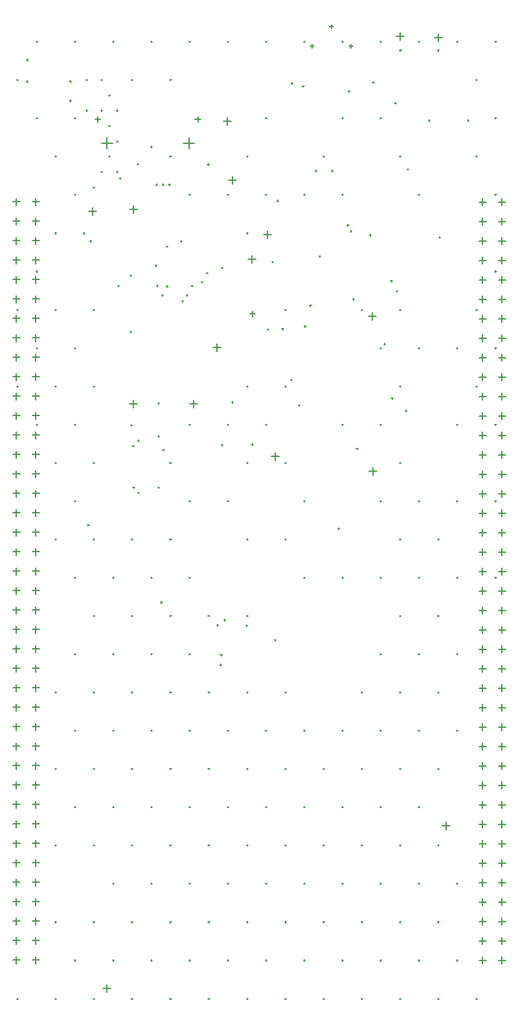
<source format=gbr>
%TF.GenerationSoftware,Altium Limited,Altium Designer,19.1.6 (110)*%
G04 Layer_Color=128*
%FSLAX26Y26*%
%MOIN*%
%TF.FileFunction,Drillmap*%
%TF.Part,Single*%
G01*
G75*
%TA.AperFunction,NonConductor*%
%ADD112C,0.005000*%
D112*
X573000Y203000D02*
X613000D01*
X593000Y183000D02*
Y223000D01*
X2280000Y5095000D02*
X2320000D01*
X2300000Y5075000D02*
Y5115000D01*
X1640000Y5050000D02*
X1660000D01*
X1650000Y5040000D02*
Y5060000D01*
X1840000Y5050000D02*
X1860000D01*
X1850000Y5040000D02*
Y5060000D01*
X1740000Y5150000D02*
X1760000D01*
X1750000Y5140000D02*
Y5160000D01*
X2609685Y348972D02*
X2645906D01*
X2627796Y330862D02*
Y367082D01*
X2609685Y448972D02*
X2645906D01*
X2627796Y430862D02*
Y467082D01*
X2609685Y548972D02*
X2645906D01*
X2627796Y530862D02*
Y567082D01*
X2609685Y648972D02*
X2645906D01*
X2627796Y630862D02*
Y667082D01*
X2609685Y748972D02*
X2645906D01*
X2627796Y730862D02*
Y767082D01*
X2609685Y848972D02*
X2645906D01*
X2627796Y830862D02*
Y867082D01*
X2609685Y948972D02*
X2645906D01*
X2627796Y930862D02*
Y967082D01*
X2609685Y1048972D02*
X2645906D01*
X2627796Y1030862D02*
Y1067082D01*
X2609685Y1148972D02*
X2645906D01*
X2627796Y1130862D02*
Y1167082D01*
X2609685Y1248972D02*
X2645906D01*
X2627796Y1230862D02*
Y1267082D01*
X2609685Y1348972D02*
X2645906D01*
X2627796Y1330862D02*
Y1367082D01*
X2609685Y1448972D02*
X2645906D01*
X2627796Y1430862D02*
Y1467082D01*
X2609685Y1548972D02*
X2645906D01*
X2627796Y1530862D02*
Y1567082D01*
X2609685Y1648972D02*
X2645906D01*
X2627796Y1630862D02*
Y1667082D01*
X2609685Y1748972D02*
X2645906D01*
X2627796Y1730862D02*
Y1767082D01*
X2609685Y1848972D02*
X2645906D01*
X2627796Y1830862D02*
Y1867082D01*
X2609685Y1948972D02*
X2645906D01*
X2627796Y1930862D02*
Y1967082D01*
X2609685Y2048972D02*
X2645906D01*
X2627796Y2030862D02*
Y2067082D01*
X2609685Y2148972D02*
X2645906D01*
X2627796Y2130862D02*
Y2167082D01*
X2609685Y2248972D02*
X2645906D01*
X2627796Y2230862D02*
Y2267082D01*
X2609685Y2348972D02*
X2645906D01*
X2627796Y2330862D02*
Y2367082D01*
X2609685Y2448972D02*
X2645906D01*
X2627796Y2430862D02*
Y2467082D01*
X2609685Y2548972D02*
X2645906D01*
X2627796Y2530862D02*
Y2567082D01*
X2609685Y2648972D02*
X2645906D01*
X2627796Y2630862D02*
Y2667082D01*
X2609685Y2748972D02*
X2645906D01*
X2627796Y2730862D02*
Y2767082D01*
X2609685Y2848972D02*
X2645906D01*
X2627796Y2830862D02*
Y2867082D01*
X2609685Y2948972D02*
X2645906D01*
X2627796Y2930862D02*
Y2967082D01*
X2609685Y3048972D02*
X2645906D01*
X2627796Y3030862D02*
Y3067082D01*
X2609685Y3148972D02*
X2645906D01*
X2627796Y3130862D02*
Y3167082D01*
X2609685Y3248972D02*
X2645906D01*
X2627796Y3230862D02*
Y3267082D01*
X2609685Y3348972D02*
X2645906D01*
X2627796Y3330862D02*
Y3367082D01*
X2609685Y3448972D02*
X2645906D01*
X2627796Y3430862D02*
Y3467082D01*
X2609685Y3548972D02*
X2645906D01*
X2627796Y3530862D02*
Y3567082D01*
X2609685Y3648972D02*
X2645906D01*
X2627796Y3630862D02*
Y3667082D01*
X2609685Y3748972D02*
X2645906D01*
X2627796Y3730862D02*
Y3767082D01*
X2609685Y3848972D02*
X2645906D01*
X2627796Y3830862D02*
Y3867082D01*
X2609685Y3948972D02*
X2645906D01*
X2627796Y3930862D02*
Y3967082D01*
X2609685Y4048972D02*
X2645906D01*
X2627796Y4030862D02*
Y4067082D01*
X2609685Y4148972D02*
X2645906D01*
X2627796Y4130862D02*
Y4167082D01*
X2609685Y4248972D02*
X2645906D01*
X2627796Y4230862D02*
Y4267082D01*
X2509685Y348972D02*
X2545906D01*
X2527796Y330862D02*
Y367082D01*
X2509685Y448972D02*
X2545906D01*
X2527796Y430862D02*
Y467082D01*
X2509685Y548972D02*
X2545906D01*
X2527796Y530862D02*
Y567082D01*
X2509685Y648972D02*
X2545906D01*
X2527796Y630862D02*
Y667082D01*
X2509685Y748972D02*
X2545906D01*
X2527796Y730862D02*
Y767082D01*
X2509685Y848972D02*
X2545906D01*
X2527796Y830862D02*
Y867082D01*
X2509685Y948972D02*
X2545906D01*
X2527796Y930862D02*
Y967082D01*
X2509685Y1048972D02*
X2545906D01*
X2527796Y1030862D02*
Y1067082D01*
X2509685Y1148972D02*
X2545906D01*
X2527796Y1130862D02*
Y1167082D01*
X2509685Y1248972D02*
X2545906D01*
X2527796Y1230862D02*
Y1267082D01*
X2509685Y1348972D02*
X2545906D01*
X2527796Y1330862D02*
Y1367082D01*
X2509685Y1448972D02*
X2545906D01*
X2527796Y1430862D02*
Y1467082D01*
X2509685Y1548972D02*
X2545906D01*
X2527796Y1530862D02*
Y1567082D01*
X2509685Y1648972D02*
X2545906D01*
X2527796Y1630862D02*
Y1667082D01*
X2509685Y1748972D02*
X2545906D01*
X2527796Y1730862D02*
Y1767082D01*
X2509685Y1848972D02*
X2545906D01*
X2527796Y1830862D02*
Y1867082D01*
X2509685Y1948972D02*
X2545906D01*
X2527796Y1930862D02*
Y1967082D01*
X2509685Y2048972D02*
X2545906D01*
X2527796Y2030862D02*
Y2067082D01*
X2509685Y2148972D02*
X2545906D01*
X2527796Y2130862D02*
Y2167082D01*
X2509685Y2248972D02*
X2545906D01*
X2527796Y2230862D02*
Y2267082D01*
X2509685Y2348972D02*
X2545906D01*
X2527796Y2330862D02*
Y2367082D01*
X2509685Y2448972D02*
X2545906D01*
X2527796Y2430862D02*
Y2467082D01*
X2509685Y2548972D02*
X2545906D01*
X2527796Y2530862D02*
Y2567082D01*
X2509685Y2648972D02*
X2545906D01*
X2527796Y2630862D02*
Y2667082D01*
X2509685Y2748972D02*
X2545906D01*
X2527796Y2730862D02*
Y2767082D01*
X2509685Y2848972D02*
X2545906D01*
X2527796Y2830862D02*
Y2867082D01*
X2509685Y2948972D02*
X2545906D01*
X2527796Y2930862D02*
Y2967082D01*
X2509685Y3048972D02*
X2545906D01*
X2527796Y3030862D02*
Y3067082D01*
X2509685Y3148972D02*
X2545906D01*
X2527796Y3130862D02*
Y3167082D01*
X2509685Y3248972D02*
X2545906D01*
X2527796Y3230862D02*
Y3267082D01*
X2509685Y3348972D02*
X2545906D01*
X2527796Y3330862D02*
Y3367082D01*
X2509685Y3448972D02*
X2545906D01*
X2527796Y3430862D02*
Y3467082D01*
X2509685Y3548972D02*
X2545906D01*
X2527796Y3530862D02*
Y3567082D01*
X2509685Y3648972D02*
X2545906D01*
X2527796Y3630862D02*
Y3667082D01*
X2509685Y3748972D02*
X2545906D01*
X2527796Y3730862D02*
Y3767082D01*
X2509685Y3848972D02*
X2545906D01*
X2527796Y3830862D02*
Y3867082D01*
X2509685Y3948972D02*
X2545906D01*
X2527796Y3930862D02*
Y3967082D01*
X2509685Y4048972D02*
X2545906D01*
X2527796Y4030862D02*
Y4067082D01*
X2509685Y4148972D02*
X2545906D01*
X2527796Y4130862D02*
Y4167082D01*
X2509685Y4248972D02*
X2545906D01*
X2527796Y4230862D02*
Y4267082D01*
X209685Y349956D02*
X245906D01*
X227796Y331846D02*
Y368066D01*
X209685Y449956D02*
X245906D01*
X227796Y431846D02*
Y468066D01*
X209685Y549956D02*
X245906D01*
X227796Y531846D02*
Y568066D01*
X209685Y649956D02*
X245906D01*
X227796Y631846D02*
Y668066D01*
X209685Y749956D02*
X245906D01*
X227796Y731846D02*
Y768066D01*
X209685Y849956D02*
X245906D01*
X227796Y831846D02*
Y868066D01*
X209685Y949956D02*
X245906D01*
X227796Y931846D02*
Y968066D01*
X209685Y1049956D02*
X245906D01*
X227796Y1031846D02*
Y1068066D01*
X209685Y1149956D02*
X245906D01*
X227796Y1131846D02*
Y1168066D01*
X209685Y1249956D02*
X245906D01*
X227796Y1231846D02*
Y1268066D01*
X209685Y1349956D02*
X245906D01*
X227796Y1331846D02*
Y1368066D01*
X209685Y1449956D02*
X245906D01*
X227796Y1431846D02*
Y1468066D01*
X209685Y1549956D02*
X245906D01*
X227796Y1531846D02*
Y1568066D01*
X209685Y1649956D02*
X245906D01*
X227796Y1631846D02*
Y1668066D01*
X209685Y1749956D02*
X245906D01*
X227796Y1731846D02*
Y1768066D01*
X209685Y1849956D02*
X245906D01*
X227796Y1831846D02*
Y1868066D01*
X209685Y1949956D02*
X245906D01*
X227796Y1931846D02*
Y1968066D01*
X209685Y2049956D02*
X245906D01*
X227796Y2031846D02*
Y2068066D01*
X209685Y2149956D02*
X245906D01*
X227796Y2131846D02*
Y2168066D01*
X209685Y2249956D02*
X245906D01*
X227796Y2231846D02*
Y2268066D01*
X209685Y2349956D02*
X245906D01*
X227796Y2331846D02*
Y2368066D01*
X209685Y2449956D02*
X245906D01*
X227796Y2431846D02*
Y2468066D01*
X209685Y2549956D02*
X245906D01*
X227796Y2531846D02*
Y2568066D01*
X209685Y2649956D02*
X245906D01*
X227796Y2631846D02*
Y2668066D01*
X209685Y2749956D02*
X245906D01*
X227796Y2731846D02*
Y2768066D01*
X209685Y2849956D02*
X245906D01*
X227796Y2831846D02*
Y2868066D01*
X209685Y2949956D02*
X245906D01*
X227796Y2931846D02*
Y2968066D01*
X209685Y3049956D02*
X245906D01*
X227796Y3031846D02*
Y3068066D01*
X209685Y3149956D02*
X245906D01*
X227796Y3131846D02*
Y3168066D01*
X209685Y3249956D02*
X245906D01*
X227796Y3231846D02*
Y3268066D01*
X209685Y3349956D02*
X245906D01*
X227796Y3331846D02*
Y3368066D01*
X209685Y3449956D02*
X245906D01*
X227796Y3431846D02*
Y3468066D01*
X209685Y3549956D02*
X245906D01*
X227796Y3531846D02*
Y3568066D01*
X209685Y3649956D02*
X245906D01*
X227796Y3631846D02*
Y3668066D01*
X209685Y3749956D02*
X245906D01*
X227796Y3731846D02*
Y3768066D01*
X209685Y3849956D02*
X245906D01*
X227796Y3831846D02*
Y3868066D01*
X209685Y3949956D02*
X245906D01*
X227796Y3931846D02*
Y3968066D01*
X209685Y4049956D02*
X245906D01*
X227796Y4031846D02*
Y4068066D01*
X209685Y4149956D02*
X245906D01*
X227796Y4131846D02*
Y4168066D01*
X209685Y4249956D02*
X245906D01*
X227796Y4231846D02*
Y4268066D01*
X109685Y349956D02*
X145906D01*
X127796Y331846D02*
Y368066D01*
X109685Y449956D02*
X145906D01*
X127796Y431846D02*
Y468066D01*
X109685Y549956D02*
X145906D01*
X127796Y531846D02*
Y568066D01*
X109685Y649956D02*
X145906D01*
X127796Y631846D02*
Y668066D01*
X109685Y749956D02*
X145906D01*
X127796Y731846D02*
Y768066D01*
X109685Y849956D02*
X145906D01*
X127796Y831846D02*
Y868066D01*
X109685Y949956D02*
X145906D01*
X127796Y931846D02*
Y968066D01*
X109685Y1049956D02*
X145906D01*
X127796Y1031846D02*
Y1068066D01*
X109685Y1149956D02*
X145906D01*
X127796Y1131846D02*
Y1168066D01*
X109685Y1249956D02*
X145906D01*
X127796Y1231846D02*
Y1268066D01*
X109685Y1349956D02*
X145906D01*
X127796Y1331846D02*
Y1368066D01*
X109685Y1449956D02*
X145906D01*
X127796Y1431846D02*
Y1468066D01*
X109685Y1549956D02*
X145906D01*
X127796Y1531846D02*
Y1568066D01*
X109685Y1649956D02*
X145906D01*
X127796Y1631846D02*
Y1668066D01*
X109685Y1749956D02*
X145906D01*
X127796Y1731846D02*
Y1768066D01*
X109685Y1849956D02*
X145906D01*
X127796Y1831846D02*
Y1868066D01*
X109685Y1949956D02*
X145906D01*
X127796Y1931846D02*
Y1968066D01*
X109685Y2049956D02*
X145906D01*
X127796Y2031846D02*
Y2068066D01*
X109685Y2149956D02*
X145906D01*
X127796Y2131846D02*
Y2168066D01*
X109685Y2249956D02*
X145906D01*
X127796Y2231846D02*
Y2268066D01*
X109685Y2349956D02*
X145906D01*
X127796Y2331846D02*
Y2368066D01*
X109685Y2449956D02*
X145906D01*
X127796Y2431846D02*
Y2468066D01*
X109685Y2549956D02*
X145906D01*
X127796Y2531846D02*
Y2568066D01*
X109685Y2649956D02*
X145906D01*
X127796Y2631846D02*
Y2668066D01*
X109685Y2749956D02*
X145906D01*
X127796Y2731846D02*
Y2768066D01*
X109685Y2849956D02*
X145906D01*
X127796Y2831846D02*
Y2868066D01*
X109685Y2949956D02*
X145906D01*
X127796Y2931846D02*
Y2968066D01*
X109685Y3049956D02*
X145906D01*
X127796Y3031846D02*
Y3068066D01*
X109685Y3149956D02*
X145906D01*
X127796Y3131846D02*
Y3168066D01*
X109685Y3249956D02*
X145906D01*
X127796Y3231846D02*
Y3268066D01*
X109685Y3349956D02*
X145906D01*
X127796Y3331846D02*
Y3368066D01*
X109685Y3449956D02*
X145906D01*
X127796Y3431846D02*
Y3468066D01*
X109685Y3549956D02*
X145906D01*
X127796Y3531846D02*
Y3568066D01*
X109685Y3649956D02*
X145906D01*
X127796Y3631846D02*
Y3668066D01*
X109685Y3749956D02*
X145906D01*
X127796Y3731846D02*
Y3768066D01*
X109685Y3849956D02*
X145906D01*
X127796Y3831846D02*
Y3868066D01*
X109685Y3949956D02*
X145906D01*
X127796Y3931846D02*
Y3968066D01*
X109685Y4049956D02*
X145906D01*
X127796Y4031846D02*
Y4068066D01*
X109685Y4149956D02*
X145906D01*
X127796Y4131846D02*
Y4168066D01*
X109685Y4249956D02*
X145906D01*
X127796Y4231846D02*
Y4268066D01*
X1048386Y4673740D02*
X1075945D01*
X1062165Y4659961D02*
Y4687520D01*
X534213Y4673740D02*
X561772D01*
X547992Y4659961D02*
Y4687520D01*
X987165Y4551693D02*
X1044252D01*
X1015709Y4523150D02*
Y4580236D01*
X565905Y4551693D02*
X622992D01*
X594449Y4523150D02*
Y4580236D01*
X2320000Y1040000D02*
X2360000D01*
X2340000Y1020000D02*
Y1060000D01*
X1220000Y4360000D02*
X1260000D01*
X1240000Y4340000D02*
Y4380000D01*
X500000Y4200000D02*
X540000D01*
X520000Y4180000D02*
Y4220000D01*
X710000Y4210000D02*
X750000D01*
X730000Y4190000D02*
Y4230000D01*
X1195000Y4665000D02*
X1235000D01*
X1215000Y4645000D02*
Y4685000D01*
X1320000Y3955000D02*
X1360000D01*
X1340000Y3935000D02*
Y3975000D01*
X1940000Y3660000D02*
X1980000D01*
X1960000Y3640000D02*
Y3680000D01*
X1140000Y3500000D02*
X1180000D01*
X1160000Y3480000D02*
Y3520000D01*
X1440000Y2940000D02*
X1480000D01*
X1460000Y2920000D02*
Y2960000D01*
X1945000Y2865000D02*
X1985000D01*
X1965000Y2845000D02*
Y2885000D01*
X710000Y3210000D02*
X750000D01*
X730000Y3190000D02*
Y3230000D01*
X1020000Y3210000D02*
X1060000D01*
X1040000Y3190000D02*
Y3230000D01*
X1400000Y4080000D02*
X1440000D01*
X1420000Y4060000D02*
Y4100000D01*
X2085000Y5100000D02*
X2125000D01*
X2105000Y5080000D02*
Y5120000D01*
X715431Y3100484D02*
X722431D01*
X718931Y3096984D02*
Y3103984D01*
X1004063Y3770000D02*
X1011937D01*
X1008000Y3766063D02*
Y3773937D01*
X876063Y3770000D02*
X883937D01*
X880000Y3766063D02*
Y3773937D01*
X712639Y3580424D02*
X720513D01*
X716576Y3576487D02*
Y3584361D01*
X1469063Y4256000D02*
X1476937D01*
X1473000Y4252063D02*
Y4259937D01*
X856063Y3045000D02*
X863937D01*
X860000Y3041063D02*
Y3048937D01*
X1601063Y4845000D02*
X1608937D01*
X1605000Y4841063D02*
Y4848937D01*
X1311500Y2070000D02*
X1318500D01*
X1315000Y2066500D02*
Y2073500D01*
X728346Y2781000D02*
X736221D01*
X732284Y2777063D02*
Y2784937D01*
X856653Y2780984D02*
X864527D01*
X860590Y2777047D02*
Y2784921D01*
X2591659Y5073839D02*
X2598659D01*
X2595159Y5070339D02*
Y5077339D01*
X2493234Y4876988D02*
X2500234D01*
X2496734Y4873488D02*
Y4880488D01*
X2591659Y4680138D02*
X2598659D01*
X2595159Y4676638D02*
Y4683638D01*
X2493234Y4483288D02*
X2500234D01*
X2496734Y4479788D02*
Y4486788D01*
X2591659Y4286437D02*
X2598659D01*
X2595159Y4282937D02*
Y4289937D01*
X2591659Y3892736D02*
X2598659D01*
X2595159Y3889236D02*
Y3896236D01*
X2493234Y3695886D02*
X2500234D01*
X2496734Y3692386D02*
Y3699386D01*
X2591659Y3499035D02*
X2598659D01*
X2595159Y3495535D02*
Y3502535D01*
X2493234Y3302185D02*
X2500234D01*
X2496734Y3298685D02*
Y3305685D01*
X2591659Y3105335D02*
X2598659D01*
X2595159Y3101835D02*
Y3108835D01*
X2591659Y2711634D02*
X2598659D01*
X2595159Y2708134D02*
Y2715134D01*
X2591659Y2317933D02*
X2598659D01*
X2595159Y2314433D02*
Y2321433D01*
X2493234Y152579D02*
X2500234D01*
X2496734Y149079D02*
Y156079D01*
X2394809Y5073839D02*
X2401809D01*
X2398309Y5070339D02*
Y5077339D01*
X2394809Y3499035D02*
X2401809D01*
X2398309Y3495535D02*
Y3502535D01*
X2394809Y3105335D02*
X2401809D01*
X2398309Y3101835D02*
Y3108835D01*
X2394809Y2711634D02*
X2401809D01*
X2398309Y2708134D02*
Y2715134D01*
X2296384Y2514784D02*
X2303384D01*
X2299884Y2511284D02*
Y2518284D01*
X2394809Y2317933D02*
X2401809D01*
X2398309Y2314433D02*
Y2321433D01*
X2296384Y2121083D02*
X2303384D01*
X2299884Y2117583D02*
Y2124583D01*
X2394809Y1924232D02*
X2401809D01*
X2398309Y1920732D02*
Y1927732D01*
X2296384Y1727382D02*
X2303384D01*
X2299884Y1723882D02*
Y1730882D01*
X2394809Y1530532D02*
X2401809D01*
X2398309Y1527032D02*
Y1534032D01*
X2296384Y1333681D02*
X2303384D01*
X2299884Y1330181D02*
Y1337181D01*
X2296384Y939980D02*
X2303384D01*
X2299884Y936480D02*
Y943480D01*
X2394809Y743130D02*
X2401809D01*
X2398309Y739630D02*
Y746630D01*
X2296384Y546279D02*
X2303384D01*
X2299884Y542779D02*
Y549779D01*
X2394809Y349429D02*
X2401809D01*
X2398309Y345929D02*
Y352929D01*
X2296384Y152579D02*
X2303384D01*
X2299884Y149079D02*
Y156079D01*
X2197958Y5073839D02*
X2204958D01*
X2201458Y5070339D02*
Y5077339D01*
X2099533Y4483288D02*
X2106533D01*
X2103033Y4479788D02*
Y4486788D01*
X2197958Y4286437D02*
X2204958D01*
X2201458Y4282937D02*
Y4289937D01*
X2099533Y3695886D02*
X2106533D01*
X2103033Y3692386D02*
Y3699386D01*
X2197958Y3499035D02*
X2204958D01*
X2201458Y3495535D02*
Y3502535D01*
X2099533Y3302185D02*
X2106533D01*
X2103033Y3298685D02*
Y3305685D01*
X2099533Y2908484D02*
X2106533D01*
X2103033Y2904984D02*
Y2911984D01*
X2197958Y2711634D02*
X2204958D01*
X2201458Y2708134D02*
Y2715134D01*
X2099533Y2514784D02*
X2106533D01*
X2103033Y2511284D02*
Y2518284D01*
X2197958Y2317933D02*
X2204958D01*
X2201458Y2314433D02*
Y2321433D01*
X2099533Y2121083D02*
X2106533D01*
X2103033Y2117583D02*
Y2124583D01*
X2197958Y1924232D02*
X2204958D01*
X2201458Y1920732D02*
Y1927732D01*
X2099533Y1727382D02*
X2106533D01*
X2103033Y1723882D02*
Y1730882D01*
X2197958Y1530532D02*
X2204958D01*
X2201458Y1527032D02*
Y1534032D01*
X2099533Y1333681D02*
X2106533D01*
X2103033Y1330181D02*
Y1337181D01*
X2197958Y1136831D02*
X2204958D01*
X2201458Y1133331D02*
Y1140331D01*
X2099533Y939980D02*
X2106533D01*
X2103033Y936480D02*
Y943480D01*
X2197958Y743130D02*
X2204958D01*
X2201458Y739630D02*
Y746630D01*
X2099533Y546279D02*
X2106533D01*
X2103033Y542779D02*
Y549779D01*
X2197958Y349429D02*
X2204958D01*
X2201458Y345929D02*
Y352929D01*
X2099533Y152579D02*
X2106533D01*
X2103033Y149079D02*
Y156079D01*
X2001108Y5073839D02*
X2008108D01*
X2004608Y5070339D02*
Y5077339D01*
X2001108Y4680138D02*
X2008108D01*
X2004608Y4676638D02*
Y4683638D01*
X1902683Y3695886D02*
X1909683D01*
X1906183Y3692386D02*
Y3699386D01*
X2001108Y3499035D02*
X2008108D01*
X2004608Y3495535D02*
Y3502535D01*
X2001108Y3105335D02*
X2008108D01*
X2004608Y3101835D02*
Y3108835D01*
X2001108Y2711634D02*
X2008108D01*
X2004608Y2708134D02*
Y2715134D01*
X2001108Y2317933D02*
X2008108D01*
X2004608Y2314433D02*
Y2321433D01*
X2001108Y1924232D02*
X2008108D01*
X2004608Y1920732D02*
Y1927732D01*
X1902683Y1727382D02*
X1909683D01*
X1906183Y1723882D02*
Y1730882D01*
X2001108Y1530532D02*
X2008108D01*
X2004608Y1527032D02*
Y1534032D01*
X1902683Y1333681D02*
X1909683D01*
X1906183Y1330181D02*
Y1337181D01*
X2001108Y1136831D02*
X2008108D01*
X2004608Y1133331D02*
Y1140331D01*
X1902683Y939980D02*
X1909683D01*
X1906183Y936480D02*
Y943480D01*
X2001108Y743130D02*
X2008108D01*
X2004608Y739630D02*
Y746630D01*
X1902683Y546279D02*
X1909683D01*
X1906183Y542779D02*
Y549779D01*
X2001108Y349429D02*
X2008108D01*
X2004608Y345929D02*
Y352929D01*
X1902683Y152579D02*
X1909683D01*
X1906183Y149079D02*
Y156079D01*
X1804258Y5073839D02*
X1811258D01*
X1807758Y5070339D02*
Y5077339D01*
X1804258Y4680138D02*
X1811258D01*
X1807758Y4676638D02*
Y4683638D01*
X1705832Y4483288D02*
X1712832D01*
X1709332Y4479788D02*
Y4486788D01*
X1804258Y4286437D02*
X1811258D01*
X1807758Y4282937D02*
Y4289937D01*
X1804258Y1530532D02*
X1811258D01*
X1807758Y1527032D02*
Y1534032D01*
X1705832Y1333681D02*
X1712832D01*
X1709332Y1330181D02*
Y1337181D01*
X1804258Y1136831D02*
X1811258D01*
X1807758Y1133331D02*
Y1140331D01*
X1705832Y939980D02*
X1712832D01*
X1709332Y936480D02*
Y943480D01*
X1804258Y743130D02*
X1811258D01*
X1807758Y739630D02*
Y746630D01*
X1705832Y546279D02*
X1712832D01*
X1709332Y542779D02*
Y549779D01*
X1804258Y349429D02*
X1811258D01*
X1807758Y345929D02*
Y352929D01*
X1705832Y152579D02*
X1712832D01*
X1709332Y149079D02*
Y156079D01*
X1607407Y5073839D02*
X1614407D01*
X1610907Y5070339D02*
Y5077339D01*
X1607407Y4286437D02*
X1614407D01*
X1610907Y4282937D02*
Y4289937D01*
X1508982Y3695886D02*
X1515982D01*
X1512482Y3692386D02*
Y3699386D01*
X1508982Y1727382D02*
X1515982D01*
X1512482Y1723882D02*
Y1730882D01*
X1607407Y1530532D02*
X1614407D01*
X1610907Y1527032D02*
Y1534032D01*
X1508982Y1333681D02*
X1515982D01*
X1512482Y1330181D02*
Y1337181D01*
X1607407Y1136831D02*
X1614407D01*
X1610907Y1133331D02*
Y1140331D01*
X1508982Y939980D02*
X1515982D01*
X1512482Y936480D02*
Y943480D01*
X1607407Y743130D02*
X1614407D01*
X1610907Y739630D02*
Y746630D01*
X1508982Y546279D02*
X1515982D01*
X1512482Y542779D02*
Y549779D01*
X1607407Y349429D02*
X1614407D01*
X1610907Y345929D02*
Y352929D01*
X1508982Y152579D02*
X1515982D01*
X1512482Y149079D02*
Y156079D01*
X1410557Y5073839D02*
X1417557D01*
X1414057Y5070339D02*
Y5077339D01*
X1410557Y4680138D02*
X1417557D01*
X1414057Y4676638D02*
Y4683638D01*
X1312132Y4483288D02*
X1319132D01*
X1315632Y4479788D02*
Y4486788D01*
X1410557Y4286437D02*
X1417557D01*
X1414057Y4282937D02*
Y4289937D01*
X1312132Y4089587D02*
X1319132D01*
X1315632Y4086087D02*
Y4093087D01*
X1410557Y1530532D02*
X1417557D01*
X1414057Y1527032D02*
Y1534032D01*
X1312132Y1333681D02*
X1319132D01*
X1315632Y1330181D02*
Y1337181D01*
X1410557Y1136831D02*
X1417557D01*
X1414057Y1133331D02*
Y1140331D01*
X1312132Y939980D02*
X1319132D01*
X1315632Y936480D02*
Y943480D01*
X1410557Y743130D02*
X1417557D01*
X1414057Y739630D02*
Y746630D01*
X1312132Y546279D02*
X1319132D01*
X1315632Y542779D02*
Y549779D01*
X1410557Y349429D02*
X1417557D01*
X1414057Y345929D02*
Y352929D01*
X1312132Y152579D02*
X1319132D01*
X1315632Y149079D02*
Y156079D01*
X1213706Y5073839D02*
X1220706D01*
X1217206Y5070339D02*
Y5077339D01*
X1213706Y4286437D02*
X1220706D01*
X1217206Y4282937D02*
Y4289937D01*
X1213706Y1530532D02*
X1220706D01*
X1217206Y1527032D02*
Y1534032D01*
X1115281Y1333681D02*
X1122281D01*
X1118781Y1330181D02*
Y1337181D01*
X1213706Y1136831D02*
X1220706D01*
X1217206Y1133331D02*
Y1140331D01*
X1115281Y939980D02*
X1122281D01*
X1118781Y936480D02*
Y943480D01*
X1213706Y743130D02*
X1220706D01*
X1217206Y739630D02*
Y746630D01*
X1115281Y546279D02*
X1122281D01*
X1118781Y542779D02*
Y549779D01*
X1213706Y349429D02*
X1220706D01*
X1217206Y345929D02*
Y352929D01*
X1115281Y152579D02*
X1122281D01*
X1118781Y149079D02*
Y156079D01*
X1016856Y5073839D02*
X1023856D01*
X1020356Y5070339D02*
Y5077339D01*
X918431Y4876988D02*
X925431D01*
X921931Y4873488D02*
Y4880488D01*
X918431Y4483288D02*
X925431D01*
X921931Y4479788D02*
Y4486788D01*
X1016856Y4286437D02*
X1023856D01*
X1020356Y4282937D02*
Y4289937D01*
X1016856Y1530532D02*
X1023856D01*
X1020356Y1527032D02*
Y1534032D01*
X918431Y1333681D02*
X925431D01*
X921931Y1330181D02*
Y1337181D01*
X1016856Y1136831D02*
X1023856D01*
X1020356Y1133331D02*
Y1140331D01*
X918431Y939980D02*
X925431D01*
X921931Y936480D02*
Y943480D01*
X1016856Y743130D02*
X1023856D01*
X1020356Y739630D02*
Y746630D01*
X918431Y546279D02*
X925431D01*
X921931Y542779D02*
Y549779D01*
X1016856Y349429D02*
X1023856D01*
X1020356Y345929D02*
Y352929D01*
X918431Y152579D02*
X925431D01*
X921931Y149079D02*
Y156079D01*
X820006Y5073839D02*
X827006D01*
X823506Y5070339D02*
Y5077339D01*
X721580Y4876988D02*
X728580D01*
X725080Y4873488D02*
Y4880488D01*
X820006Y1530532D02*
X827006D01*
X823506Y1527032D02*
Y1534032D01*
X721580Y1333681D02*
X728580D01*
X725080Y1330181D02*
Y1337181D01*
X820006Y1136831D02*
X827006D01*
X823506Y1133331D02*
Y1140331D01*
X721580Y939980D02*
X728580D01*
X725080Y936480D02*
Y943480D01*
X820006Y743130D02*
X827006D01*
X823506Y739630D02*
Y746630D01*
X721580Y546279D02*
X728580D01*
X725080Y542779D02*
Y549779D01*
X820006Y349429D02*
X827006D01*
X823506Y345929D02*
Y352929D01*
X721580Y152579D02*
X728580D01*
X725080Y149079D02*
Y156079D01*
X623155Y5073839D02*
X630155D01*
X626655Y5070339D02*
Y5077339D01*
X524730Y3695886D02*
X531730D01*
X528230Y3692386D02*
Y3699386D01*
X623155Y1530532D02*
X630155D01*
X626655Y1527032D02*
Y1534032D01*
X524730Y1333681D02*
X531730D01*
X528230Y1330181D02*
Y1337181D01*
X623155Y1136831D02*
X630155D01*
X626655Y1133331D02*
Y1140331D01*
X524730Y939980D02*
X531730D01*
X528230Y936480D02*
Y943480D01*
X623155Y743130D02*
X630155D01*
X626655Y739630D02*
Y746630D01*
X524730Y546279D02*
X531730D01*
X528230Y542779D02*
Y549779D01*
X623155Y349429D02*
X630155D01*
X626655Y345929D02*
Y352929D01*
X524730Y152579D02*
X531730D01*
X528230Y149079D02*
Y156079D01*
X426305Y5073839D02*
X433305D01*
X429805Y5070339D02*
Y5077339D01*
X426305Y4680138D02*
X433305D01*
X429805Y4676638D02*
Y4683638D01*
X327880Y4483288D02*
X334880D01*
X331380Y4479788D02*
Y4486788D01*
X426305Y4286437D02*
X433305D01*
X429805Y4282937D02*
Y4289937D01*
X327880Y4089587D02*
X334880D01*
X331380Y4086087D02*
Y4093087D01*
X327880Y3695886D02*
X334880D01*
X331380Y3692386D02*
Y3699386D01*
X426305Y3499035D02*
X433305D01*
X429805Y3495535D02*
Y3502535D01*
X327880Y3302185D02*
X334880D01*
X331380Y3298685D02*
Y3305685D01*
X426305Y3105335D02*
X433305D01*
X429805Y3101835D02*
Y3108835D01*
X327880Y2908484D02*
X334880D01*
X331380Y2904984D02*
Y2911984D01*
X426305Y2711634D02*
X433305D01*
X429805Y2708134D02*
Y2715134D01*
X327880Y2514784D02*
X334880D01*
X331380Y2511284D02*
Y2518284D01*
X426305Y2317933D02*
X433305D01*
X429805Y2314433D02*
Y2321433D01*
X426305Y1924232D02*
X433305D01*
X429805Y1920732D02*
Y1927732D01*
X327880Y1727382D02*
X334880D01*
X331380Y1723882D02*
Y1730882D01*
X426305Y1530532D02*
X433305D01*
X429805Y1527032D02*
Y1534032D01*
X327880Y1333681D02*
X334880D01*
X331380Y1330181D02*
Y1337181D01*
X426305Y1136831D02*
X433305D01*
X429805Y1133331D02*
Y1140331D01*
X327880Y939980D02*
X334880D01*
X331380Y936480D02*
Y943480D01*
X327880Y546279D02*
X334880D01*
X331380Y542779D02*
Y549779D01*
X426305Y349429D02*
X433305D01*
X429805Y345929D02*
Y352929D01*
X327880Y152579D02*
X334880D01*
X331380Y149079D02*
Y156079D01*
X229454Y5073839D02*
X236454D01*
X232954Y5070339D02*
Y5077339D01*
X131029Y4876988D02*
X138029D01*
X134529Y4873488D02*
Y4880488D01*
X229454Y4680138D02*
X236454D01*
X232954Y4676638D02*
Y4683638D01*
X229454Y3892736D02*
X236454D01*
X232954Y3889236D02*
Y3896236D01*
X131029Y3695886D02*
X138029D01*
X134529Y3692386D02*
Y3699386D01*
X229454Y3499035D02*
X236454D01*
X232954Y3495535D02*
Y3502535D01*
X131029Y3302185D02*
X138029D01*
X134529Y3298685D02*
Y3305685D01*
X229454Y3105335D02*
X236454D01*
X232954Y3101835D02*
Y3108835D01*
X131029Y152579D02*
X138029D01*
X134529Y149079D02*
Y156079D01*
X1804258Y3105335D02*
X1811258D01*
X1807758Y3101835D02*
Y3108835D01*
X1804258Y2317933D02*
X1811258D01*
X1807758Y2314433D02*
Y2321433D01*
X1508982Y3302185D02*
X1515982D01*
X1512482Y3298685D02*
Y3305685D01*
X1508982Y2908484D02*
X1515982D01*
X1512482Y2904984D02*
Y2911984D01*
X1607407Y2711634D02*
X1614407D01*
X1610907Y2708134D02*
Y2715134D01*
X1508982Y2514784D02*
X1515982D01*
X1512482Y2511284D02*
Y2518284D01*
X1607407Y2317933D02*
X1614407D01*
X1610907Y2314433D02*
Y2321433D01*
X1312132Y3302185D02*
X1319132D01*
X1315632Y3298685D02*
Y3305685D01*
X1410557Y3105335D02*
X1417557D01*
X1414057Y3101835D02*
Y3108835D01*
X1312132Y2908484D02*
X1319132D01*
X1315632Y2904984D02*
Y2911984D01*
X1312132Y2514784D02*
X1319132D01*
X1315632Y2511284D02*
Y2518284D01*
X1312132Y2121083D02*
X1319132D01*
X1315632Y2117583D02*
Y2124583D01*
X1312132Y1727382D02*
X1319132D01*
X1315632Y1723882D02*
Y1730882D01*
X1213706Y3105335D02*
X1220706D01*
X1217206Y3101835D02*
Y3108835D01*
X1213706Y2711634D02*
X1220706D01*
X1217206Y2708134D02*
Y2715134D01*
X1115281Y2121083D02*
X1122281D01*
X1118781Y2117583D02*
Y2124583D01*
X1115281Y1727382D02*
X1122281D01*
X1118781Y1723882D02*
Y1730882D01*
X1016856Y3105335D02*
X1023856D01*
X1020356Y3101835D02*
Y3108835D01*
X918431Y2908484D02*
X925431D01*
X921931Y2904984D02*
Y2911984D01*
X1016856Y2711634D02*
X1023856D01*
X1020356Y2708134D02*
Y2715134D01*
X918431Y2514784D02*
X925431D01*
X921931Y2511284D02*
Y2518284D01*
X1016856Y2317933D02*
X1023856D01*
X1020356Y2314433D02*
Y2321433D01*
X918431Y2121083D02*
X925431D01*
X921931Y2117583D02*
Y2124583D01*
X1016856Y1924232D02*
X1023856D01*
X1020356Y1920732D02*
Y1927732D01*
X918431Y1727382D02*
X925431D01*
X921931Y1723882D02*
Y1730882D01*
X721580Y2514784D02*
X728580D01*
X725080Y2511284D02*
Y2518284D01*
X820006Y2317933D02*
X827006D01*
X823506Y2314433D02*
Y2321433D01*
X721580Y2121083D02*
X728580D01*
X725080Y2117583D02*
Y2124583D01*
X820006Y1924232D02*
X827006D01*
X823506Y1920732D02*
Y1927732D01*
X721580Y1727382D02*
X728580D01*
X725080Y1723882D02*
Y1730882D01*
X524730Y3302185D02*
X531730D01*
X528230Y3298685D02*
Y3305685D01*
X524730Y2908484D02*
X531730D01*
X528230Y2904984D02*
Y2911984D01*
X524730Y2514784D02*
X531730D01*
X528230Y2511284D02*
Y2518284D01*
X623155Y2317933D02*
X630155D01*
X626655Y2314433D02*
Y2321433D01*
X524730Y2121083D02*
X531730D01*
X528230Y2117583D02*
Y2124583D01*
X623155Y1924232D02*
X630155D01*
X626655Y1920732D02*
Y1927732D01*
X524730Y1727382D02*
X531730D01*
X528230Y1723882D02*
Y1730882D01*
X1178087Y1919645D02*
X1185961D01*
X1182024Y1915708D02*
Y1923582D01*
X1176575Y1868960D02*
X1184449D01*
X1180512Y1865023D02*
Y1872897D01*
X2075063Y4757000D02*
X2082937D01*
X2079000Y4753063D02*
Y4760937D01*
X2140063Y4417000D02*
X2147937D01*
X2144000Y4413063D02*
Y4420937D01*
X2082063Y3791000D02*
X2089937D01*
X2086000Y3787063D02*
Y3794937D01*
X871063Y2190000D02*
X878937D01*
X875000Y2186063D02*
Y2193937D01*
X1159063Y2073000D02*
X1166937D01*
X1163000Y2069063D02*
Y2076937D01*
X1196063Y2100000D02*
X1203937D01*
X1200000Y2096063D02*
Y2103937D01*
X1456063Y1996457D02*
X1463937D01*
X1460000Y1992520D02*
Y2000394D01*
X603496Y4798269D02*
X610496D01*
X606996Y4794769D02*
Y4801769D01*
X642866Y4719529D02*
X649866D01*
X646366Y4716029D02*
Y4723029D01*
X603496Y4640788D02*
X610496D01*
X606996Y4637288D02*
Y4644288D01*
X642866Y4562048D02*
X649866D01*
X646366Y4558548D02*
Y4565548D01*
X603496Y4483308D02*
X610496D01*
X606996Y4479808D02*
Y4486808D01*
X642866Y4404568D02*
X649866D01*
X646366Y4401068D02*
Y4408068D01*
X564126Y4877009D02*
X571126D01*
X567626Y4873509D02*
Y4880509D01*
X564126Y4719529D02*
X571126D01*
X567626Y4716029D02*
Y4723029D01*
X564126Y4404568D02*
X571126D01*
X567626Y4401068D02*
Y4408068D01*
X524756Y4325828D02*
X531756D01*
X528256Y4322328D02*
Y4329328D01*
X485385Y4877009D02*
X492385D01*
X488885Y4873509D02*
Y4880509D01*
X485385Y4719529D02*
X492385D01*
X488885Y4716029D02*
Y4723029D01*
X658063Y4371000D02*
X665937D01*
X662000Y4367063D02*
Y4374937D01*
X713063Y3871000D02*
X720937D01*
X717000Y3867063D02*
Y3874937D01*
X1182677Y2999622D02*
X1190551D01*
X1186614Y2995685D02*
Y3003559D01*
X1859063Y3750000D02*
X1866937D01*
X1863000Y3746063D02*
Y3753937D01*
X1443591Y3940806D02*
X1451465D01*
X1447528Y3936869D02*
Y3944743D01*
X494341Y2586806D02*
X502215D01*
X498278Y2582869D02*
Y2590743D01*
X979253Y3740000D02*
X987127D01*
X983190Y3736063D02*
Y3743937D01*
X844063Y3922402D02*
X851937D01*
X848000Y3918465D02*
Y3926339D01*
X820063Y4533000D02*
X827937D01*
X824000Y4529063D02*
Y4536937D01*
X850063Y3819000D02*
X857937D01*
X854000Y3815063D02*
Y3822937D01*
X1028063Y3817000D02*
X1035937D01*
X1032000Y3813063D02*
Y3820937D01*
X901063Y3816000D02*
X908937D01*
X905000Y3812063D02*
Y3819937D01*
X880237Y4339016D02*
X888111D01*
X884174Y4335079D02*
Y4342953D01*
X847237Y4339000D02*
X855111D01*
X851174Y4335063D02*
Y4342937D01*
X1686909Y3969536D02*
X1694783D01*
X1690846Y3965599D02*
Y3973473D01*
X1339749Y3002488D02*
X1347623D01*
X1343686Y2998551D02*
Y3006425D01*
X2250063Y4669000D02*
X2257937D01*
X2254000Y4665063D02*
Y4672937D01*
X2449063Y4669000D02*
X2456937D01*
X2453000Y4665063D02*
Y4672937D01*
X1783063Y2570000D02*
X1790937D01*
X1787000Y2566063D02*
Y2573937D01*
X1580063Y3205000D02*
X1587937D01*
X1584000Y3201063D02*
Y3208937D01*
X1080637Y3838654D02*
X1088511D01*
X1084574Y3834717D02*
Y3842591D01*
X1666063Y4410000D02*
X1673937D01*
X1670000Y4406063D02*
Y4413937D01*
X1749371Y4410000D02*
X1757245D01*
X1753308Y4406063D02*
Y4413937D01*
X2296063Y5030000D02*
X2303937D01*
X2300000Y5026063D02*
Y5033937D01*
X2101063Y5030000D02*
X2108937D01*
X2105000Y5026063D02*
Y5033937D01*
X750237Y4445000D02*
X758111D01*
X754174Y4441063D02*
Y4448937D01*
X1961063Y4865000D02*
X1968937D01*
X1965000Y4861063D02*
Y4868937D01*
X1836063Y4820000D02*
X1843937D01*
X1840000Y4816063D02*
Y4823937D01*
X973237Y4047000D02*
X981111D01*
X977174Y4043063D02*
Y4050937D01*
X900237Y4021000D02*
X908111D01*
X904174Y4017063D02*
Y4024937D01*
X911379Y4339016D02*
X919253D01*
X915316Y4335079D02*
Y4342953D01*
X881063Y2973528D02*
X888937D01*
X885000Y2969591D02*
Y2977465D01*
X753063Y2755024D02*
X760937D01*
X757000Y2751087D02*
Y2758961D01*
X1107237Y3884000D02*
X1115111D01*
X1111174Y3880063D02*
Y3887937D01*
X1637677Y3716614D02*
X1645551D01*
X1641614Y3712677D02*
Y3720551D01*
X1182323Y3911930D02*
X1190197D01*
X1186260Y3907993D02*
Y3915867D01*
X1539951Y3334882D02*
X1547825D01*
X1543888Y3330945D02*
Y3338819D01*
X1878063Y2982000D02*
X1885937D01*
X1882000Y2978063D02*
Y2985937D01*
X753883Y3022740D02*
X761757D01*
X757820Y3018803D02*
Y3026677D01*
X725063Y2994000D02*
X732937D01*
X729000Y2990063D02*
Y2997937D01*
X1111535Y4442442D02*
X1119409D01*
X1115472Y4438505D02*
Y4446379D01*
X401457Y4870000D02*
X409331D01*
X405394Y4866063D02*
Y4873937D01*
X179017Y4870000D02*
X186891D01*
X182954Y4866063D02*
Y4873937D01*
X401457Y4770000D02*
X409331D01*
X405394Y4766063D02*
Y4773937D01*
X1542057Y4859927D02*
X1549931D01*
X1545994Y4855990D02*
Y4863864D01*
X1330000Y3673000D02*
X1358000D01*
X1344000Y3659000D02*
Y3687000D01*
X857063Y3215000D02*
X864937D01*
X861000Y3211063D02*
Y3218937D01*
X1495063Y3596536D02*
X1502937D01*
X1499000Y3592599D02*
Y3600473D01*
X1419063Y3595536D02*
X1426937D01*
X1423000Y3591599D02*
Y3599473D01*
X2020079Y3518952D02*
X2027953D01*
X2024016Y3515015D02*
Y3522889D01*
X1236063Y3220000D02*
X1243937D01*
X1240000Y3216063D02*
Y3223937D01*
X1611063Y3610000D02*
X1618937D01*
X1615000Y3606063D02*
Y3613937D01*
X181063Y4980000D02*
X188937D01*
X185000Y4976063D02*
Y4983937D01*
X1946063Y4080000D02*
X1953937D01*
X1950000Y4076063D02*
Y4083937D01*
X1846063Y4100000D02*
X1853937D01*
X1850000Y4096063D02*
Y4103937D01*
X1831063Y4130000D02*
X1838937D01*
X1835000Y4126063D02*
Y4133937D01*
X2058063Y3240000D02*
X2065937D01*
X2062000Y3236063D02*
Y3243937D01*
X2304063Y4067000D02*
X2311937D01*
X2308000Y4063063D02*
Y4070937D01*
X2055063Y3843000D02*
X2062937D01*
X2059000Y3839063D02*
Y3846937D01*
X2129063Y3176000D02*
X2136937D01*
X2133000Y3172063D02*
Y3179937D01*
X648788Y3817275D02*
X656662D01*
X652725Y3813338D02*
Y3821212D01*
X474063Y4089000D02*
X481937D01*
X478000Y4085063D02*
Y4092937D01*
X506063Y4049000D02*
X513937D01*
X510000Y4045063D02*
Y4052937D01*
%TF.MD5,c10a75a39f65824debbf70979babd157*%
M02*

</source>
